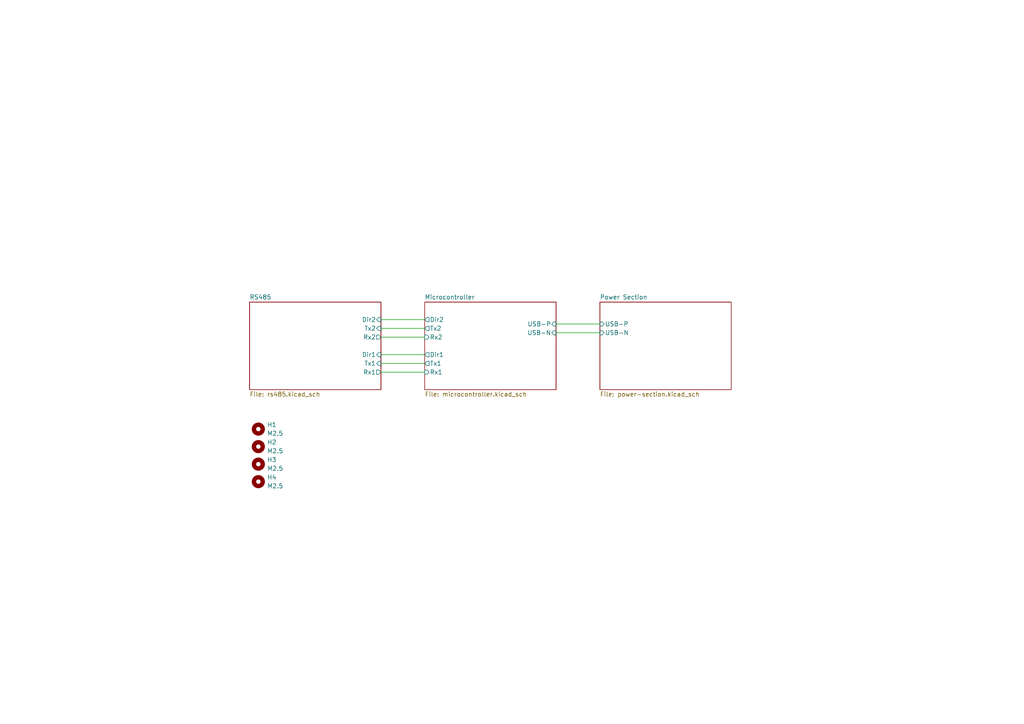
<source format=kicad_sch>
(kicad_sch (version 20231120) (generator "eeschema") (generator_version "8.0")
  (paper "A4")
  (title_block (title "RS485 Isolated Repeater") (date "2025-03-13") (rev "v1.0") (company "Szymon Wąchała"))
  (lib_symbols
    (symbol "Mechanical:MountingHole" (pin_names (offset 1.016)) (exclude_from_sim yes) (in_bom no)
      (property "Reference" "H" (at 0 5.08 0))
      (property "Value" "MountingHole" (at 0 3.175 0))
      (symbol "MountingHole_0_1"
        (circle (center 0 0) (radius 1.27) (stroke (width 1.27)))
      )
    )
  )
  (wire (pts (xy 110.49 95.25) (xy 123.19 95.25)))
  (wire (pts (xy 110.49 102.87) (xy 123.19 102.87)))
  (wire (pts (xy 161.29 96.52) (xy 173.99 96.52)))
  (wire (pts (xy 110.49 105.41) (xy 123.19 105.41)))
  (wire (pts (xy 110.49 107.95) (xy 123.19 107.95)))
  (wire (pts (xy 161.29 93.98) (xy 173.99 93.98)))
  (wire (pts (xy 110.49 97.79) (xy 123.19 97.79)))
  (wire (pts (xy 110.49 92.71) (xy 123.19 92.71)))
  (symbol (lib_id "Mechanical:MountingHole") (at 74.93 139.7 0) (unit 1) (exclude_from_sim yes) (in_bom no)
    (property "Reference" "H4" (at 77.47 138.4299 0) (effects (justify left)))
    (property "Value" "M2.5" (at 77.47 140.9699 0) (effects (justify left)))
    (property "Footprint" "MountingHole:MountingHole_2.7mm_M2.5" (effects (hide yes)))
    (property "Description" "Mounting Hole without connection" (effects (hide yes)))
  )
  (symbol (lib_id "Mechanical:MountingHole") (at 74.93 129.54 0) (unit 1) (exclude_from_sim yes) (in_bom no)
    (property "Reference" "H2" (at 77.47 128.2699 0) (effects (justify left)))
    (property "Value" "M2.5" (at 77.47 130.8099 0) (effects (justify left)))
    (property "Footprint" "MountingHole:MountingHole_2.7mm_M2.5" (effects (hide yes)))
    (property "Description" "Mounting Hole without connection" (effects (hide yes)))
  )
  (symbol (lib_id "Mechanical:MountingHole") (at 74.93 134.62 0) (unit 1) (exclude_from_sim yes) (in_bom no)
    (property "Reference" "H3" (at 77.47 133.3499 0) (effects (justify left)))
    (property "Value" "M2.5" (at 77.47 135.8899 0) (effects (justify left)))
    (property "Footprint" "MountingHole:MountingHole_2.7mm_M2.5" (effects (hide yes)))
    (property "Description" "Mounting Hole without connection" (effects (hide yes)))
  )
  (symbol (lib_id "Mechanical:MountingHole") (at 74.93 124.46 0) (unit 1) (exclude_from_sim yes) (in_bom no)
    (property "Reference" "H1" (at 77.47 123.1899 0) (effects (justify left)))
    (property "Value" "M2.5" (at 77.47 125.7299 0) (effects (justify left)))
    (property "Footprint" "MountingHole:MountingHole_2.7mm_M2.5" (effects (hide yes)))
    (property "Description" "Mounting Hole without connection" (effects (hide yes)))
  )
  (sheet (at 173.99 87.63) (size 38.1 25.4) (stroke (width 0.1524))
    (property "Sheetname" "Power Section" (at 173.99 86.9184 0) (effects (justify left bottom)))
    (property "Sheetfile" "power-section.kicad_sch" (at 173.99 113.6146 0) (effects (justify left top)))
    (pin "USB-P" input (at 173.99 93.98 180))
    (pin "USB-N" input (at 173.99 96.52 180))
  )
  (sheet (at 72.39 87.63) (size 38.1 25.4) (stroke (width 0.1524))
    (property "Sheetname" "RS485" (at 72.39 86.9184 0) (effects (justify left bottom)))
    (property "Sheetfile" "rs485.kicad_sch" (at 72.39 113.6146 0) (effects (justify left top)))
    (pin "Rx2" output (at 110.49 97.79 0))
    (pin "Tx2" input (at 110.49 95.25 0))
    (pin "Dir1" input (at 110.49 102.87 0))
    (pin "Tx1" input (at 110.49 105.41 0))
    (pin "Rx1" output (at 110.49 107.95 0))
    (pin "Dir2" input (at 110.49 92.71 0))
  )
  (sheet (at 123.19 87.63) (size 38.1 25.4) (stroke (width 0.1524))
    (property "Sheetname" "Microcontroller" (at 123.19 86.9184 0) (effects (justify left bottom)))
    (property "Sheetfile" "microcontroller.kicad_sch" (at 123.19 113.6146 0) (effects (justify left top)))
    (pin "USB-P" input (at 161.29 93.98 0))
    (pin "USB-N" input (at 161.29 96.52 0))
    (pin "Rx2" input (at 123.19 97.79 180))
    (pin "Tx2" output (at 123.19 95.25 180))
    (pin "Dir2" output (at 123.19 92.71 180))
    (pin "Rx1" input (at 123.19 107.95 180))
    (pin "Dir1" output (at 123.19 102.87 180))
    (pin "Tx1" output (at 123.19 105.41 180))
  )
)
</source>
